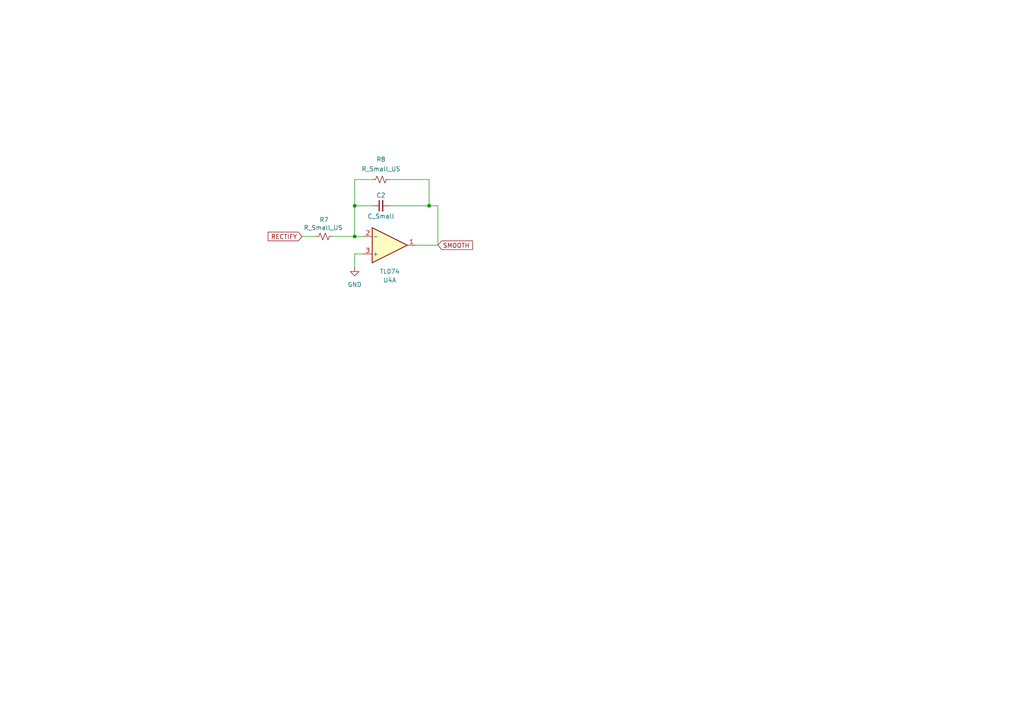
<source format=kicad_sch>
(kicad_sch (version 20231120) (generator "eeschema") (generator_version "8.0")
  (paper "A4")
  (title_block (title "FlexiTrackerEMG") (rev "0.8"))
  (lib_symbols
    (symbol "Amplifier_Operational:TL074" (pin_names (offset 0.127))
      (property "Reference" "U" (at 0 5.08 0))
      (property "Value" "TL074" (at 0 -5.08 0))
      (symbol "TL074_1_1"
        (polyline (pts (xy -5.08 5.08) (xy 5.08 0) (xy -5.08 -5.08) (xy -5.08 5.08)) (stroke (width 0.254)) (fill (type background)))
        (pin output line (at 7.62 0 180) (length 2.54) (name "~") (number "1"))
        (pin input line (at -7.62 -2.54 0) (length 2.54) (name "-") (number "2"))
        (pin input line (at -7.62 2.54 0) (length 2.54) (name "+") (number "3"))
      )
      (symbol "TL074_2_1"
        (polyline (pts (xy -5.08 5.08) (xy 5.08 0) (xy -5.08 -5.08) (xy -5.08 5.08)) (stroke (width 0.254)) (fill (type background)))
        (pin input line (at -7.62 2.54 0) (length 2.54) (name "+") (number "5"))
        (pin input line (at -7.62 -2.54 0) (length 2.54) (name "-") (number "6"))
        (pin output line (at 7.62 0 180) (length 2.54) (name "~") (number "7"))
      )
      (symbol "TL074_3_1"
        (polyline (pts (xy -5.08 5.08) (xy 5.08 0) (xy -5.08 -5.08) (xy -5.08 5.08)) (stroke (width 0.254)) (fill (type background)))
        (pin input line (at -7.62 2.54 0) (length 2.54) (name "+") (number "10"))
        (pin output line (at 7.62 0 180) (length 2.54) (name "~") (number "8"))
        (pin input line (at -7.62 -2.54 0) (length 2.54) (name "-") (number "9"))
      )
      (symbol "TL074_4_1"
        (polyline (pts (xy -5.08 5.08) (xy 5.08 0) (xy -5.08 -5.08) (xy -5.08 5.08)) (stroke (width 0.254)) (fill (type background)))
        (pin input line (at -7.62 2.54 0) (length 2.54) (name "+") (number "12"))
        (pin input line (at -7.62 -2.54 0) (length 2.54) (name "-") (number "13"))
        (pin output line (at 7.62 0 180) (length 2.54) (name "~") (number "14"))
      )
      (symbol "TL074_5_1"
        (pin power_in line (at -2.54 -7.62 90) (length 3.81) (name "V-") (number "11"))
        (pin power_in line (at -2.54 7.62 270) (length 3.81) (name "V+") (number "4"))
      )
    )
    (symbol "Device:C_Small" (pin_numbers hide) (pin_names (offset 0.254) hide)
      (property "Reference" "C" (at 0.254 1.778 0))
      (property "Value" "C_Small" (at 0.254 -2.032 0))
      (symbol "C_Small_0_1"
        (polyline (pts (xy -1.524 -0.508) (xy 1.524 -0.508)) (stroke (width 0.3302)))
        (polyline (pts (xy -1.524 0.508) (xy 1.524 0.508)) (stroke (width 0.3048)))
      )
      (symbol "C_Small_1_1"
        (pin passive line (at 0 2.54 270) (length 2.032) (name "~") (number "1"))
        (pin passive line (at 0 -2.54 90) (length 2.032) (name "~") (number "2"))
      )
    )
    (symbol "Device:R_Small_US" (pin_numbers hide) (pin_names (offset 0.254) hide)
      (property "Reference" "R" (at 0.762 0.508 0))
      (property "Value" "R_Small_US" (at 0.762 -1.016 0))
      (symbol "R_Small_US_1_1"
        (polyline (pts (xy 0 0) (xy 1.016 -0.381) (xy 0 -0.762) (xy -1.016 -1.143) (xy 0 -1.524)))
        (polyline (pts (xy 0 1.524) (xy 1.016 1.143) (xy 0 0.762) (xy -1.016 0.381) (xy 0 0)))
        (pin passive line (at 0 2.54 270) (length 1.016) (name "~") (number "1"))
        (pin passive line (at 0 -2.54 90) (length 1.016) (name "~") (number "2"))
      )
    )
    (symbol "power:GND" (power) (pin_numbers hide) (pin_names (offset 0) hide)
      (property "Value" "GND" (at 0 -3.81 0))
      (symbol "GND_0_1"
        (polyline (pts (xy 0 0) (xy 0 -1.27) (xy 1.27 -1.27) (xy 0 -2.54) (xy -1.27 -1.27) (xy 0 -1.27)))
      )
      (symbol "GND_1_1"
        (pin power_in line (at 0 0 270) (length 0) (name "~") (number "1"))
      )
    )
  )
  (junction (at 102.87 59.69))
  (junction (at 102.87 68.58))
  (junction (at 124.46 59.69))
  (wire (pts (xy 113.03 59.69) (xy 124.46 59.69)))
  (wire (pts (xy 120.65 71.12) (xy 127 71.12)))
  (wire (pts (xy 96.52 68.58) (xy 102.87 68.58)))
  (wire (pts (xy 102.87 52.07) (xy 102.87 59.69)))
  (wire (pts (xy 107.95 59.69) (xy 102.87 59.69)))
  (wire (pts (xy 127 59.69) (xy 124.46 59.69)))
  (wire (pts (xy 102.87 59.69) (xy 102.87 68.58)))
  (wire (pts (xy 87.63 68.58) (xy 91.44 68.58)))
  (wire (pts (xy 113.03 52.07) (xy 124.46 52.07)))
  (wire (pts (xy 127 59.69) (xy 127 71.12)))
  (wire (pts (xy 102.87 68.58) (xy 105.41 68.58)))
  (wire (pts (xy 124.46 52.07) (xy 124.46 59.69)))
  (wire (pts (xy 102.87 73.66) (xy 105.41 73.66)))
  (wire (pts (xy 107.95 52.07) (xy 102.87 52.07)))
  (wire (pts (xy 102.87 77.47) (xy 102.87 73.66)))
  (global_label "RECTIFY" (shape input) (at 87.63 68.58 180) (property "Intersheetrefs" "${INTERSHEET_REFS}" (effects (hide yes))))
  (global_label "SMOOTH" (shape input) (at 127 71.12 0) (property "Intersheetrefs" "${INTERSHEET_REFS}" (effects (hide yes))))
  (symbol (lib_id "power:GND") (at 102.87 77.47 0) (unit 1)
    (property "Reference" "#PWR03" (effects (hide yes)))
    (property "Value" "GND" (at 102.87 82.55 0))
    (property "Description" "Power symbol creates a global label with name \"GND\" , ground" (effects (hide yes)))
  )
  (symbol (lib_id "Device:R_Small_US") (at 93.98 68.58 90) (unit 1)
    (property "Reference" "R7" (at 93.98 63.754 90))
    (property "Value" "R_Small_US" (at 93.726 66.04 90))
    (property "Description" "Resistor, small US symbol" (effects (hide yes)))
  )
  (symbol (lib_id "Device:R_Small_US") (at 110.49 52.07 90) (unit 1)
    (property "Reference" "R8" (at 110.49 46.228 90))
    (property "Value" "R_Small_US" (at 110.49 49.022 90))
    (property "Description" "Resistor, small US symbol" (effects (hide yes)))
  )
  (symbol (lib_id "Amplifier_Operational:TL074") (at 113.03 71.12 0) (mirror x) (unit 1)
    (property "Reference" "U4" (at 113.03 81.28 0))
    (property "Value" "TL074" (at 113.03 78.74 0))
    (property "Datasheet" "http://www.ti.com/lit/ds/symlink/tl071.pdf" (effects (hide yes)))
    (property "Description" "Quad Low-Noise JFET-Input Operational Amplifiers, DIP-14/SOIC-14" (effects (hide yes)))
  )
  (symbol (lib_id "Device:C_Small") (at 110.49 59.69 90) (unit 1)
    (property "Reference" "C2" (at 110.49 56.642 90))
    (property "Value" "C_Small" (at 110.49 62.738 90))
    (property "Description" "Unpolarized capacitor, small symbol" (effects (hide yes)))
  )
)
</source>
